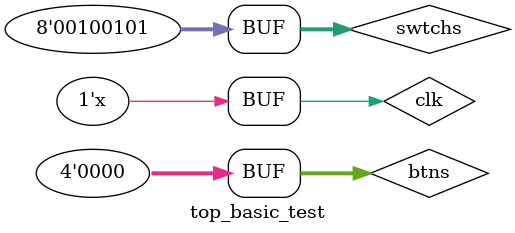
<source format=v>
`timescale 1ns / 1ps

module top_basic_test();
    reg clk;
    reg[3:0] btns;
    reg[7:0] swtchs;
    wire[7:0] leds;
    wire[6:0] segs;
    wire[3:0] an;
    
    top u1(.clk(clk), .btns(btns), .swtchs(swtchs), .leds(leds), .segs(segs), .an(an));
    
    
    initial begin
        clk = 1'b0;
        btns = 4'b0000;
        swtchs = 8'h00;
        
        #2;
        
        btns = 4'b1000;
         
        #50;
        
        btns = 4'b1010;
        
        #50;
        
        btns = 4'b0000;
        swtchs = 8'b10010010;
        
        #50;
        
        btns = 4'b0001;
        
        #50;
        
        btns = 4'b0000;
        swtchs = 8'b00100101;
        
        #50;
        
        btns = 4'b0001;
        
        #50;
        
        btns = 4'b0000;
        
        #50;
        
        btns = 4'b0100;
        
        #50;
        btns = 4'b0101;
        
        #50;
        btns = 4'b0100;
        
        #50;
        
        btns = 4'b0110;
        
        #50;
        
        btns = 4'b0100;
        
        #50;
        btns = 4'b0000;   
    
    end
    
    
    always
        clk = #1 ~clk;
    
endmodule

</source>
